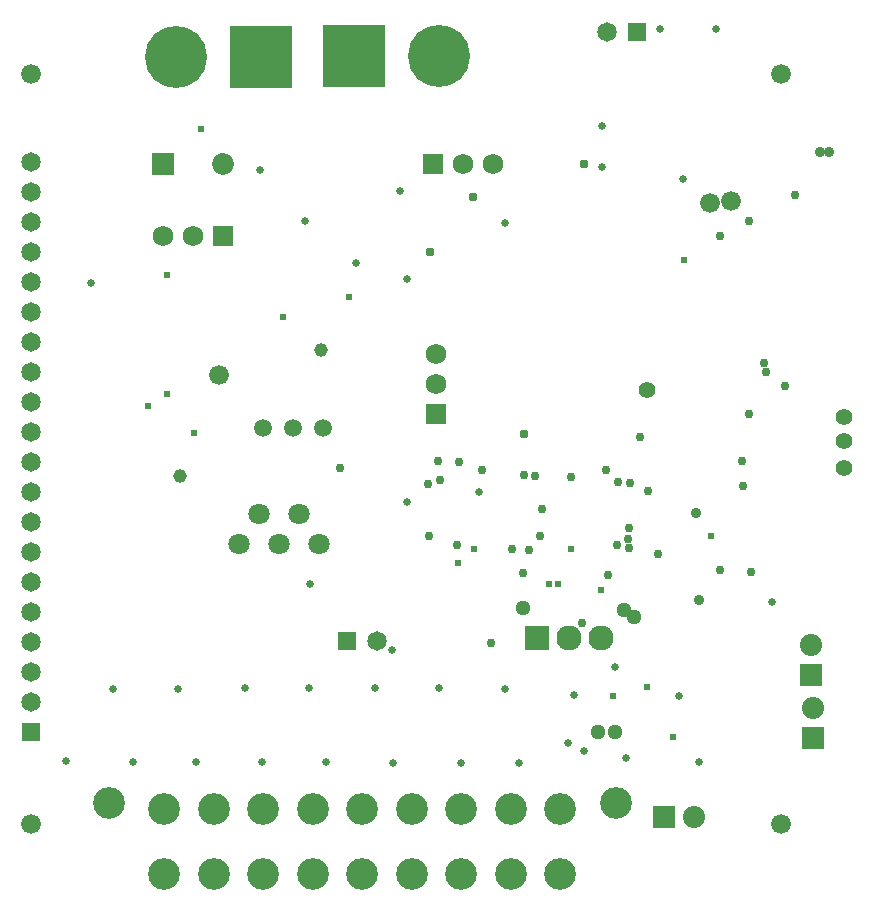
<source format=gbs>
G04*
G04 #@! TF.GenerationSoftware,Altium Limited,Altium Designer,19.1.9 (167)*
G04*
G04 Layer_Color=16711935*
%FSLAX25Y25*%
%MOIN*%
G70*
G01*
G75*
%ADD83C,0.05906*%
%ADD84C,0.07087*%
%ADD85C,0.10591*%
%ADD86C,0.20669*%
%ADD87R,0.20669X0.20669*%
%ADD88C,0.07382*%
%ADD89R,0.07382X0.07382*%
%ADD90R,0.07382X0.07382*%
%ADD91C,0.06496*%
%ADD92R,0.06496X0.06496*%
%ADD93R,0.06496X0.06496*%
%ADD94C,0.06591*%
%ADD95C,0.06890*%
%ADD96R,0.06890X0.06890*%
%ADD97C,0.06890*%
%ADD98R,0.06890X0.06890*%
%ADD99R,0.07284X0.07284*%
%ADD100C,0.07284*%
%ADD101C,0.08386*%
%ADD102R,0.08386X0.08386*%
%ADD103C,0.02591*%
%ADD104C,0.05591*%
%ADD105C,0.02953*%
%ADD106C,0.03091*%
%ADD107C,0.02391*%
%ADD108C,0.05091*%
%ADD109C,0.02559*%
%ADD110C,0.02371*%
%ADD111C,0.03591*%
%ADD112C,0.04591*%
D83*
X102500Y157000D02*
D03*
X112500D02*
D03*
X122500D02*
D03*
D84*
X121198Y118100D02*
D03*
X114498Y128100D02*
D03*
X107797Y118100D02*
D03*
X101096Y128100D02*
D03*
X94395Y118100D02*
D03*
D85*
X220031Y31950D02*
D03*
X51032D02*
D03*
X69532Y29750D02*
D03*
X86032D02*
D03*
X102532D02*
D03*
X152032D02*
D03*
X135531D02*
D03*
X119032D02*
D03*
X201532D02*
D03*
X185031D02*
D03*
X168532D02*
D03*
Y8050D02*
D03*
X185031D02*
D03*
X201532D02*
D03*
X119032D02*
D03*
X135531D02*
D03*
X152032D02*
D03*
X102532D02*
D03*
X86032D02*
D03*
X69532D02*
D03*
D86*
X73466Y280500D02*
D03*
X161024Y280968D02*
D03*
D87*
X101667Y280500D02*
D03*
X132823Y280968D02*
D03*
D88*
X285252Y84567D02*
D03*
X285673Y63496D02*
D03*
X246100Y27150D02*
D03*
D89*
X285252Y74567D02*
D03*
X285673Y53496D02*
D03*
D90*
X236100Y27150D02*
D03*
D91*
X25000Y245500D02*
D03*
Y235500D02*
D03*
Y225500D02*
D03*
Y215500D02*
D03*
Y205500D02*
D03*
Y195500D02*
D03*
Y185500D02*
D03*
Y175500D02*
D03*
Y165500D02*
D03*
Y155500D02*
D03*
Y145500D02*
D03*
Y135500D02*
D03*
Y125500D02*
D03*
Y115500D02*
D03*
Y105500D02*
D03*
Y95500D02*
D03*
Y85500D02*
D03*
Y75500D02*
D03*
Y65500D02*
D03*
X140500Y86000D02*
D03*
X217000Y289000D02*
D03*
D92*
X25000Y55500D02*
D03*
D93*
X130500Y86000D02*
D03*
X227000Y289000D02*
D03*
D94*
X275000Y25000D02*
D03*
X25000D02*
D03*
X275000Y275000D02*
D03*
X25000D02*
D03*
X251300Y232000D02*
D03*
X258500Y232500D02*
D03*
X87834Y174500D02*
D03*
D95*
X160000Y181500D02*
D03*
Y171500D02*
D03*
D96*
Y161500D02*
D03*
D97*
X179000Y245000D02*
D03*
X169000D02*
D03*
X69000Y221000D02*
D03*
X79000D02*
D03*
D98*
X159000Y245000D02*
D03*
X89000Y221000D02*
D03*
D99*
X69000Y245000D02*
D03*
D100*
X89000D02*
D03*
D101*
X215000Y87000D02*
D03*
X204370D02*
D03*
D102*
X193740D02*
D03*
D103*
X80010Y45478D02*
D03*
X145500Y83000D02*
D03*
X272000Y99000D02*
D03*
X242500Y239961D02*
D03*
X219892Y77144D02*
D03*
X174350Y135400D02*
D03*
X123445Y45478D02*
D03*
X145907Y45199D02*
D03*
X168495D02*
D03*
X187676D02*
D03*
X101941Y45478D02*
D03*
X59109D02*
D03*
X36703Y46010D02*
D03*
X204184Y51878D02*
D03*
X209600Y49100D02*
D03*
X241243Y67361D02*
D03*
X223449Y46905D02*
D03*
X150469Y206350D02*
D03*
X215431Y257368D02*
D03*
X101500Y242800D02*
D03*
D104*
X230500Y169600D02*
D03*
X296211Y143500D02*
D03*
Y152500D02*
D03*
Y160584D02*
D03*
D105*
X228000Y154000D02*
D03*
X224700Y138500D02*
D03*
X220765Y139000D02*
D03*
X216900Y142750D02*
D03*
X205031Y140500D02*
D03*
X230800Y135850D02*
D03*
X217558Y107819D02*
D03*
X208689Y91898D02*
D03*
X167050Y117950D02*
D03*
X185400Y116500D02*
D03*
X279750Y234500D02*
D03*
X264500Y226010D02*
D03*
X254751Y220752D02*
D03*
X254740Y109500D02*
D03*
X234250Y114887D02*
D03*
X276500Y171000D02*
D03*
X264433Y161447D02*
D03*
X189300Y141200D02*
D03*
X193050Y141000D02*
D03*
X178558Y85190D02*
D03*
X189076Y108500D02*
D03*
X194750Y120750D02*
D03*
X167850Y145650D02*
D03*
X128000Y143500D02*
D03*
X157500Y138319D02*
D03*
X191252Y116259D02*
D03*
X160604Y145877D02*
D03*
X269500Y178500D02*
D03*
X270000Y175500D02*
D03*
X262232Y145877D02*
D03*
X224500Y117000D02*
D03*
X262500Y137657D02*
D03*
X265000Y109000D02*
D03*
X195500Y129900D02*
D03*
X175391Y142751D02*
D03*
X224000Y120000D02*
D03*
X220500Y118000D02*
D03*
X157614Y121000D02*
D03*
X224500Y123500D02*
D03*
X161461Y139500D02*
D03*
D106*
X189284Y155000D02*
D03*
X158000Y215500D02*
D03*
X172500Y233776D02*
D03*
X209500Y245000D02*
D03*
D107*
X197624Y104914D02*
D03*
X215268Y102800D02*
D03*
X172801Y116500D02*
D03*
X167510Y111787D02*
D03*
X81604Y256500D02*
D03*
X79448Y155174D02*
D03*
X251808Y120825D02*
D03*
X230400Y70500D02*
D03*
X219000Y67350D02*
D03*
X200900Y104950D02*
D03*
X70300Y168300D02*
D03*
X131000Y200413D02*
D03*
X205031Y116419D02*
D03*
X109000Y194000D02*
D03*
X70465Y208000D02*
D03*
X64157Y164157D02*
D03*
X238998Y53734D02*
D03*
D108*
X222658Y96327D02*
D03*
X189000Y96874D02*
D03*
X226139Y94000D02*
D03*
X214000Y55500D02*
D03*
X219700D02*
D03*
D109*
X183246Y69722D02*
D03*
X139787Y70026D02*
D03*
X117727Y70049D02*
D03*
X74130Y69978D02*
D03*
X52509Y69778D02*
D03*
X183207Y225036D02*
D03*
X247764Y45421D02*
D03*
X150469Y132212D02*
D03*
X148000Y235775D02*
D03*
X133409Y212000D02*
D03*
X253514Y289900D02*
D03*
X234900D02*
D03*
X206191Y67928D02*
D03*
X215547Y244000D02*
D03*
X45000Y205240D02*
D03*
X161129Y70055D02*
D03*
X96372D02*
D03*
X116500Y225917D02*
D03*
X118000Y105000D02*
D03*
D110*
X242650Y212764D02*
D03*
D111*
X246766Y128591D02*
D03*
X247731Y99673D02*
D03*
X291016Y248900D02*
D03*
X288100D02*
D03*
D112*
X121847Y182761D02*
D03*
X74700Y140712D02*
D03*
M02*

</source>
